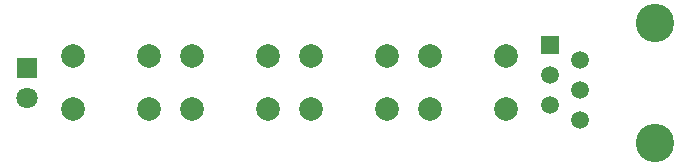
<source format=gbr>
%TF.GenerationSoftware,KiCad,Pcbnew,(6.0.9)*%
%TF.CreationDate,2023-04-02T14:22:28+02:00*%
%TF.ProjectId,Vectrex_Lightpen_Buttons_2c,56656374-7265-4785-9f4c-696768747065,rev?*%
%TF.SameCoordinates,Original*%
%TF.FileFunction,Soldermask,Bot*%
%TF.FilePolarity,Negative*%
%FSLAX46Y46*%
G04 Gerber Fmt 4.6, Leading zero omitted, Abs format (unit mm)*
G04 Created by KiCad (PCBNEW (6.0.9)) date 2023-04-02 14:22:28*
%MOMM*%
%LPD*%
G01*
G04 APERTURE LIST*
%ADD10C,2.000000*%
%ADD11R,1.800000X1.800000*%
%ADD12C,1.800000*%
%ADD13C,3.250000*%
%ADD14R,1.520000X1.520000*%
%ADD15C,1.520000*%
G04 APERTURE END LIST*
D10*
%TO.C,SW4*%
X132484000Y-96035300D03*
X125984000Y-96035300D03*
X125984000Y-100535300D03*
X132484000Y-100535300D03*
%TD*%
%TO.C,SW2*%
X112333333Y-96035300D03*
X105833333Y-96035300D03*
X112333333Y-100535300D03*
X105833333Y-100535300D03*
%TD*%
%TO.C,SW3*%
X115908666Y-96035300D03*
X122408666Y-96035300D03*
X115908666Y-100535300D03*
X122408666Y-100535300D03*
%TD*%
D11*
%TO.C,Q1*%
X91900000Y-97010300D03*
D12*
X91900000Y-99550300D03*
%TD*%
D10*
%TO.C,SW1*%
X95758000Y-96035300D03*
X102258000Y-96035300D03*
X102258000Y-100535300D03*
X95758000Y-100535300D03*
%TD*%
D13*
%TO.C,J1*%
X145092500Y-93205300D03*
X145092500Y-103365300D03*
D14*
X136202500Y-95115300D03*
D15*
X138742500Y-96385300D03*
X136202500Y-97655300D03*
X138742500Y-98925300D03*
X136202500Y-100195300D03*
X138742500Y-101465300D03*
%TD*%
M02*

</source>
